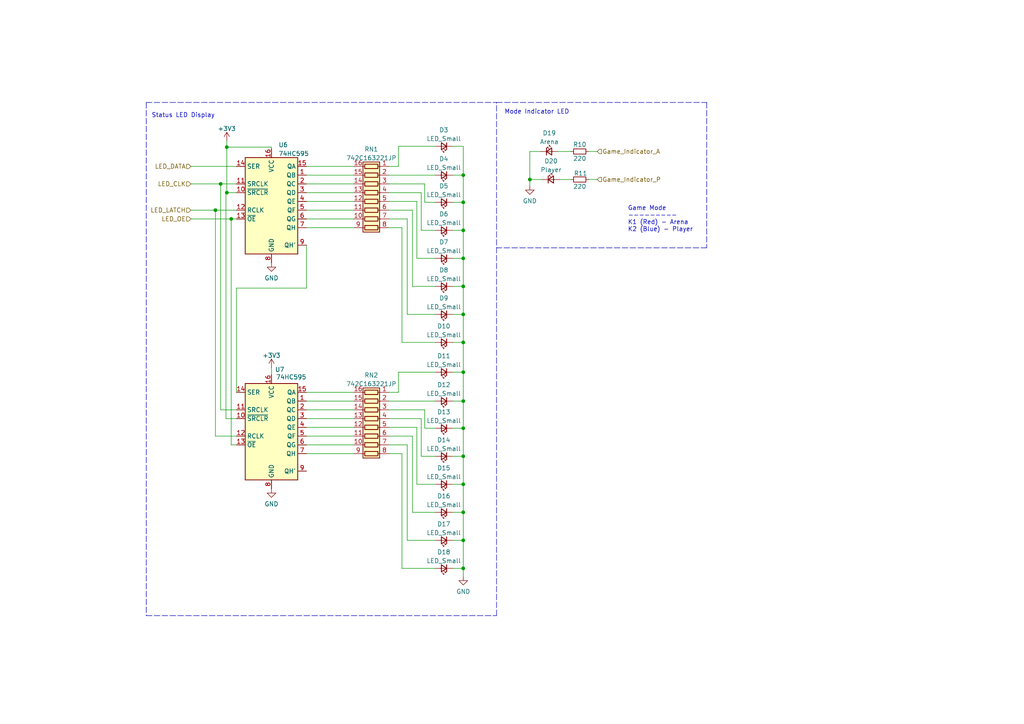
<source format=kicad_sch>
(kicad_sch (version 20211123) (generator eeschema)
  (paper "A4")
  (lib_symbols
    (symbol "74xx:74HC595"
      (property "Reference" "U" (at -7.62 13.97 0))
      (property "Value" "74HC595" (at -7.62 -16.51 0))
      (symbol "74HC595_1_0"
        (pin tri_state line (at 10.16 7.62 180) (length 2.54) (name "QB") (number "1"))
        (pin input line (at -10.16 2.54 0) (length 2.54) (name "~{SRCLR}") (number "10"))
        (pin input line (at -10.16 5.08 0) (length 2.54) (name "SRCLK") (number "11"))
        (pin input line (at -10.16 -2.54 0) (length 2.54) (name "RCLK") (number "12"))
        (pin input line (at -10.16 -5.08 0) (length 2.54) (name "~{OE}") (number "13"))
        (pin input line (at -10.16 10.16 0) (length 2.54) (name "SER") (number "14"))
        (pin tri_state line (at 10.16 10.16 180) (length 2.54) (name "QA") (number "15"))
        (pin power_in line (at 0 15.24 270) (length 2.54) (name "VCC") (number "16"))
        (pin tri_state line (at 10.16 5.08 180) (length 2.54) (name "QC") (number "2"))
        (pin tri_state line (at 10.16 2.54 180) (length 2.54) (name "QD") (number "3"))
        (pin tri_state line (at 10.16 0 180) (length 2.54) (name "QE") (number "4"))
        (pin tri_state line (at 10.16 -2.54 180) (length 2.54) (name "QF") (number "5"))
        (pin tri_state line (at 10.16 -5.08 180) (length 2.54) (name "QG") (number "6"))
        (pin tri_state line (at 10.16 -7.62 180) (length 2.54) (name "QH") (number "7"))
        (pin power_in line (at 0 -17.78 90) (length 2.54) (name "GND") (number "8"))
        (pin output line (at 10.16 -12.7 180) (length 2.54) (name "QH'") (number "9"))
      )
      (symbol "74HC595_1_1"
        (rectangle (start -7.62 12.7) (end 7.62 -15.24) (stroke (width 0.254)) (fill (type background)))
      )
    )
    (symbol "Device:LED_Small" (pin_numbers hide) (pin_names (offset 0.254) hide)
      (property "Reference" "D" (at -1.27 3.175 0))
      (property "Value" "LED_Small" (at -4.445 -2.54 0))
      (symbol "LED_Small_0_1"
        (polyline (pts (xy -0.762 -1.016) (xy -0.762 1.016)) (stroke (width 0.254)))
        (polyline (pts (xy 1.016 0) (xy -0.762 0)))
        (polyline (pts (xy 0.762 -1.016) (xy -0.762 0) (xy 0.762 1.016) (xy 0.762 -1.016)) (stroke (width 0.254)))
        (polyline (pts (xy 0 0.762) (xy -0.508 1.27) (xy -0.254 1.27) (xy -0.508 1.27) (xy -0.508 1.016)))
        (polyline (pts (xy 0.508 1.27) (xy 0 1.778) (xy 0.254 1.778) (xy 0 1.778) (xy 0 1.524)))
      )
      (symbol "LED_Small_1_1"
        (pin passive line (at -2.54 0 0) (length 1.778) (name "K") (number "1"))
        (pin passive line (at 2.54 0 180) (length 1.778) (name "A") (number "2"))
      )
    )
    (symbol "Device:R_Pack08" (pin_names (offset 0) hide)
      (property "Reference" "RN" (at -12.7 0 90))
      (property "Value" "R_Pack08" (at 10.16 0 90))
      (symbol "R_Pack08_0_1"
        (rectangle (start -11.43 -2.413) (end 8.89 2.413) (stroke (width 0.254)) (fill (type background)))
        (rectangle (start -10.795 1.905) (end -9.525 -1.905) (stroke (width 0.254)))
        (rectangle (start -8.255 1.905) (end -6.985 -1.905) (stroke (width 0.254)))
        (rectangle (start -5.715 1.905) (end -4.445 -1.905) (stroke (width 0.254)))
        (rectangle (start -3.175 1.905) (end -1.905 -1.905) (stroke (width 0.254)))
        (rectangle (start -0.635 1.905) (end 0.635 -1.905) (stroke (width 0.254)))
        (polyline (pts (xy -10.16 -2.54) (xy -10.16 -1.905)))
        (polyline (pts (xy -10.16 1.905) (xy -10.16 2.54)))
        (polyline (pts (xy -7.62 -2.54) (xy -7.62 -1.905)))
        (polyline (pts (xy -7.62 1.905) (xy -7.62 2.54)))
        (polyline (pts (xy -5.08 -2.54) (xy -5.08 -1.905)))
        (polyline (pts (xy -5.08 1.905) (xy -5.08 2.54)))
        (polyline (pts (xy -2.54 -2.54) (xy -2.54 -1.905)))
        (polyline (pts (xy -2.54 1.905) (xy -2.54 2.54)))
        (polyline (pts (xy 0 -2.54) (xy 0 -1.905)))
        (polyline (pts (xy 0 1.905) (xy 0 2.54)))
        (polyline (pts (xy 2.54 -2.54) (xy 2.54 -1.905)))
        (polyline (pts (xy 2.54 1.905) (xy 2.54 2.54)))
        (polyline (pts (xy 5.08 -2.54) (xy 5.08 -1.905)))
        (polyline (pts (xy 5.08 1.905) (xy 5.08 2.54)))
        (polyline (pts (xy 7.62 -2.54) (xy 7.62 -1.905)))
        (polyline (pts (xy 7.62 1.905) (xy 7.62 2.54)))
        (rectangle (start 1.905 1.905) (end 3.175 -1.905) (stroke (width 0.254)))
        (rectangle (start 4.445 1.905) (end 5.715 -1.905) (stroke (width 0.254)))
        (rectangle (start 6.985 1.905) (end 8.255 -1.905) (stroke (width 0.254)))
      )
      (symbol "R_Pack08_1_1"
        (pin passive line (at -10.16 -5.08 90) (length 2.54) (name "R1.1") (number "1"))
        (pin passive line (at 5.08 5.08 270) (length 2.54) (name "R7.2") (number "10"))
        (pin passive line (at 2.54 5.08 270) (length 2.54) (name "R6.2") (number "11"))
        (pin passive line (at 0 5.08 270) (length 2.54) (name "R5.2") (number "12"))
        (pin passive line (at -2.54 5.08 270) (length 2.54) (name "R4.2") (number "13"))
        (pin passive line (at -5.08 5.08 270) (length 2.54) (name "R3.2") (number "14"))
        (pin passive line (at -7.62 5.08 270) (length 2.54) (name "R2.2") (number "15"))
        (pin passive line (at -10.16 5.08 270) (length 2.54) (name "R1.2") (number "16"))
        (pin passive line (at -7.62 -5.08 90) (length 2.54) (name "R2.1") (number "2"))
        (pin passive line (at -5.08 -5.08 90) (length 2.54) (name "R3.1") (number "3"))
        (pin passive line (at -2.54 -5.08 90) (length 2.54) (name "R4.1") (number "4"))
        (pin passive line (at 0 -5.08 90) (length 2.54) (name "R5.1") (number "5"))
        (pin passive line (at 2.54 -5.08 90) (length 2.54) (name "R6.1") (number "6"))
        (pin passive line (at 5.08 -5.08 90) (length 2.54) (name "R7.1") (number "7"))
        (pin passive line (at 7.62 -5.08 90) (length 2.54) (name "R8.1") (number "8"))
        (pin passive line (at 7.62 5.08 270) (length 2.54) (name "R8.2") (number "9"))
      )
    )
    (symbol "Device:R_Small" (pin_numbers hide) (pin_names (offset 0.254) hide)
      (property "Reference" "R" (at 0.762 0.508 0))
      (property "Value" "R_Small" (at 0.762 -1.016 0))
      (symbol "R_Small_0_1"
        (rectangle (start -0.762 1.778) (end 0.762 -1.778) (stroke (width 0.2032)))
      )
      (symbol "R_Small_1_1"
        (pin passive line (at 0 2.54 270) (length 0.762) (name "~") (number "1"))
        (pin passive line (at 0 -2.54 90) (length 0.762) (name "~") (number "2"))
      )
    )
    (symbol "power:+3.3V" (power) (pin_names (offset 0))
      (property "Value" "+3.3V" (at 0 3.556 0))
      (symbol "+3.3V_0_1"
        (polyline (pts (xy -0.762 1.27) (xy 0 2.54)))
        (polyline (pts (xy 0 0) (xy 0 2.54)))
        (polyline (pts (xy 0 2.54) (xy 0.762 1.27)))
      )
      (symbol "+3.3V_1_1"
        (pin power_in line (at 0 0 90) (length 0) hide (name "+3V3") (number "1"))
      )
    )
    (symbol "power:GND" (power) (pin_names (offset 0))
      (property "Value" "GND" (at 0 -3.81 0))
      (symbol "GND_0_1"
        (polyline (pts (xy 0 0) (xy 0 -1.27) (xy 1.27 -1.27) (xy 0 -2.54) (xy -1.27 -1.27) (xy 0 -1.27)))
      )
      (symbol "GND_1_1"
        (pin power_in line (at 0 0 270) (length 0) hide (name "GND") (number "1"))
      )
    )
  )
  (junction (at 134.366 107.95))
  (junction (at 62.484 60.96))
  (junction (at 134.366 148.59))
  (junction (at 134.366 156.718))
  (junction (at 134.366 50.8))
  (junction (at 67.056 63.5))
  (junction (at 134.366 58.674))
  (junction (at 64.008 53.34))
  (junction (at 134.366 66.802))
  (junction (at 134.366 83.058))
  (junction (at 134.366 74.93))
  (junction (at 65.786 42.672))
  (junction (at 153.67 52.07))
  (junction (at 65.786 55.88))
  (junction (at 134.366 164.846))
  (junction (at 134.366 91.186))
  (junction (at 134.366 140.462))
  (junction (at 134.366 124.206))
  (junction (at 134.366 132.334))
  (junction (at 134.366 99.314))
  (junction (at 134.366 116.332))
  (wire (pts (xy 88.9 126.492) (xy 102.616 126.492)))
  (wire (pts (xy 131.318 66.802) (xy 134.366 66.802)))
  (wire (pts (xy 134.366 156.718) (xy 134.366 148.59)))
  (wire (pts (xy 116.586 131.572) (xy 112.776 131.572)))
  (wire (pts (xy 134.366 58.674) (xy 134.366 50.8)))
  (wire (pts (xy 134.366 66.802) (xy 134.366 58.674)))
  (wire (pts (xy 115.57 107.95) (xy 126.238 107.95)))
  (wire (pts (xy 116.586 99.314) (xy 116.586 66.04)))
  (wire (pts (xy 123.19 53.34) (xy 123.19 58.674)))
  (wire (pts (xy 88.9 48.26) (xy 102.616 48.26)))
  (wire (pts (xy 153.67 52.07) (xy 157.226 52.07)))
  (wire (pts (xy 115.57 42.418) (xy 126.238 42.418)))
  (wire (pts (xy 68.58 83.566) (xy 68.58 113.792)))
  (wire (pts (xy 134.366 107.95) (xy 131.318 107.95)))
  (wire (pts (xy 88.9 58.42) (xy 102.616 58.42)))
  (wire (pts (xy 55.372 60.96) (xy 62.484 60.96)))
  (wire (pts (xy 88.9 63.5) (xy 102.616 63.5)))
  (polyline (pts (xy 204.978 71.882) (xy 144.018 71.882)))
  (wire (pts (xy 112.776 118.872) (xy 123.19 118.872)))
  (wire (pts (xy 134.366 91.186) (xy 134.366 99.314)))
  (wire (pts (xy 88.9 55.88) (xy 102.616 55.88)))
  (wire (pts (xy 123.19 58.674) (xy 126.238 58.674)))
  (wire (pts (xy 88.9 118.872) (xy 102.616 118.872)))
  (wire (pts (xy 68.58 55.88) (xy 65.786 55.88)))
  (wire (pts (xy 126.238 164.846) (xy 116.586 164.846)))
  (wire (pts (xy 88.9 131.572) (xy 102.616 131.572)))
  (wire (pts (xy 131.318 74.93) (xy 134.366 74.93)))
  (wire (pts (xy 120.904 123.952) (xy 120.904 140.462)))
  (wire (pts (xy 119.634 126.492) (xy 119.634 148.59)))
  (wire (pts (xy 112.776 63.5) (xy 118.11 63.5)))
  (wire (pts (xy 131.318 140.462) (xy 134.366 140.462)))
  (polyline (pts (xy 144.018 29.718) (xy 204.978 29.718)))
  (polyline (pts (xy 42.418 29.718) (xy 42.418 178.562)))
  (wire (pts (xy 67.056 63.5) (xy 68.58 63.5)))
  (wire (pts (xy 134.366 83.058) (xy 134.366 74.93)))
  (wire (pts (xy 65.532 55.88) (xy 65.532 121.412)))
  (wire (pts (xy 134.366 50.8) (xy 134.366 42.418)))
  (wire (pts (xy 131.318 148.59) (xy 134.366 148.59)))
  (wire (pts (xy 118.11 156.718) (xy 126.238 156.718)))
  (wire (pts (xy 112.776 113.792) (xy 115.57 113.792)))
  (wire (pts (xy 88.9 113.792) (xy 102.616 113.792)))
  (wire (pts (xy 62.484 60.96) (xy 62.484 126.492)))
  (wire (pts (xy 131.318 124.206) (xy 134.366 124.206)))
  (wire (pts (xy 65.786 40.894) (xy 65.786 42.672)))
  (wire (pts (xy 131.318 58.674) (xy 134.366 58.674)))
  (wire (pts (xy 112.776 53.34) (xy 123.19 53.34)))
  (wire (pts (xy 115.57 113.792) (xy 115.57 107.95)))
  (wire (pts (xy 122.174 121.412) (xy 122.174 132.334)))
  (wire (pts (xy 120.904 74.93) (xy 126.238 74.93)))
  (wire (pts (xy 112.776 55.88) (xy 122.174 55.88)))
  (wire (pts (xy 88.9 66.04) (xy 102.616 66.04)))
  (wire (pts (xy 55.372 48.26) (xy 68.58 48.26)))
  (wire (pts (xy 112.776 48.26) (xy 115.57 48.26)))
  (wire (pts (xy 115.57 48.26) (xy 115.57 42.418)))
  (wire (pts (xy 119.634 148.59) (xy 126.238 148.59)))
  (wire (pts (xy 64.008 53.34) (xy 64.008 118.872)))
  (wire (pts (xy 131.318 116.332) (xy 134.366 116.332)))
  (wire (pts (xy 162.306 52.07) (xy 165.608 52.07)))
  (wire (pts (xy 131.318 91.186) (xy 134.366 91.186)))
  (wire (pts (xy 78.74 106.68) (xy 78.74 108.712)))
  (wire (pts (xy 134.366 124.206) (xy 134.366 116.332)))
  (wire (pts (xy 118.11 63.5) (xy 118.11 91.186)))
  (wire (pts (xy 126.238 99.314) (xy 116.586 99.314)))
  (wire (pts (xy 170.688 52.07) (xy 173.228 52.07)))
  (wire (pts (xy 112.776 116.332) (xy 126.238 116.332)))
  (wire (pts (xy 68.58 121.412) (xy 65.532 121.412)))
  (polyline (pts (xy 204.978 29.718) (xy 204.978 71.882)))
  (wire (pts (xy 122.174 55.88) (xy 122.174 66.802)))
  (wire (pts (xy 88.9 71.12) (xy 88.9 83.566)))
  (wire (pts (xy 134.366 116.332) (xy 134.366 107.95)))
  (wire (pts (xy 134.366 99.314) (xy 134.366 107.95)))
  (wire (pts (xy 62.484 60.96) (xy 68.58 60.96)))
  (wire (pts (xy 134.366 167.132) (xy 134.366 164.846)))
  (wire (pts (xy 112.776 58.42) (xy 120.904 58.42)))
  (wire (pts (xy 65.532 55.88) (xy 65.786 55.88)))
  (wire (pts (xy 88.9 129.032) (xy 102.616 129.032)))
  (wire (pts (xy 68.58 126.492) (xy 62.484 126.492)))
  (wire (pts (xy 112.776 126.492) (xy 119.634 126.492)))
  (wire (pts (xy 112.776 123.952) (xy 120.904 123.952)))
  (wire (pts (xy 170.688 43.942) (xy 173.228 43.942)))
  (wire (pts (xy 134.366 91.186) (xy 134.366 83.058)))
  (wire (pts (xy 116.586 66.04) (xy 112.776 66.04)))
  (wire (pts (xy 131.318 83.058) (xy 134.366 83.058)))
  (wire (pts (xy 123.19 118.872) (xy 123.19 124.206)))
  (wire (pts (xy 120.904 140.462) (xy 126.238 140.462)))
  (wire (pts (xy 112.776 121.412) (xy 122.174 121.412)))
  (wire (pts (xy 78.74 43.18) (xy 78.74 42.672)))
  (wire (pts (xy 153.67 43.942) (xy 153.67 52.07)))
  (wire (pts (xy 131.318 50.8) (xy 134.366 50.8)))
  (wire (pts (xy 88.9 50.8) (xy 102.616 50.8)))
  (wire (pts (xy 88.9 123.952) (xy 102.616 123.952)))
  (wire (pts (xy 119.634 83.058) (xy 126.238 83.058)))
  (wire (pts (xy 68.58 129.032) (xy 67.056 129.032)))
  (wire (pts (xy 88.9 53.34) (xy 102.616 53.34)))
  (wire (pts (xy 153.67 52.07) (xy 153.67 53.848)))
  (wire (pts (xy 55.372 63.5) (xy 67.056 63.5)))
  (wire (pts (xy 88.9 60.96) (xy 102.616 60.96)))
  (wire (pts (xy 88.9 116.332) (xy 102.616 116.332)))
  (wire (pts (xy 123.19 124.206) (xy 126.238 124.206)))
  (wire (pts (xy 112.776 60.96) (xy 119.634 60.96)))
  (wire (pts (xy 88.9 121.412) (xy 102.616 121.412)))
  (wire (pts (xy 131.318 132.334) (xy 134.366 132.334)))
  (wire (pts (xy 134.366 74.93) (xy 134.366 66.802)))
  (wire (pts (xy 122.174 66.802) (xy 126.238 66.802)))
  (wire (pts (xy 65.786 42.672) (xy 78.74 42.672)))
  (wire (pts (xy 134.366 42.418) (xy 131.318 42.418)))
  (wire (pts (xy 118.11 129.032) (xy 118.11 156.718)))
  (wire (pts (xy 119.634 60.96) (xy 119.634 83.058)))
  (polyline (pts (xy 144.018 178.562) (xy 144.018 29.718)))
  (wire (pts (xy 131.318 156.718) (xy 134.366 156.718)))
  (wire (pts (xy 88.9 83.566) (xy 68.58 83.566)))
  (wire (pts (xy 134.366 140.462) (xy 134.366 132.334)))
  (wire (pts (xy 134.366 164.846) (xy 134.366 156.718)))
  (wire (pts (xy 131.318 99.314) (xy 134.366 99.314)))
  (wire (pts (xy 68.58 118.872) (xy 64.008 118.872)))
  (wire (pts (xy 67.056 63.5) (xy 67.056 129.032)))
  (wire (pts (xy 112.776 50.8) (xy 126.238 50.8)))
  (wire (pts (xy 156.718 43.942) (xy 153.67 43.942)))
  (wire (pts (xy 120.904 58.42) (xy 120.904 74.93)))
  (wire (pts (xy 55.372 53.34) (xy 64.008 53.34)))
  (polyline (pts (xy 42.418 29.718) (xy 144.018 29.718)))
  (wire (pts (xy 122.174 132.334) (xy 126.238 132.334)))
  (wire (pts (xy 134.366 132.334) (xy 134.366 124.206)))
  (wire (pts (xy 118.11 91.186) (xy 126.238 91.186)))
  (wire (pts (xy 116.586 164.846) (xy 116.586 131.572)))
  (wire (pts (xy 134.366 148.59) (xy 134.366 140.462)))
  (wire (pts (xy 64.008 53.34) (xy 68.58 53.34)))
  (wire (pts (xy 65.786 42.672) (xy 65.786 55.88)))
  (wire (pts (xy 131.318 164.846) (xy 134.366 164.846)))
  (wire (pts (xy 161.798 43.942) (xy 165.608 43.942)))
  (polyline (pts (xy 42.418 178.562) (xy 144.018 178.562)))
  (wire (pts (xy 112.776 129.032) (xy 118.11 129.032)))
  (text "Status LED Display" (at 43.942 34.29 0) (effects (font (size 1.27 1.27)) (justify left bottom)))
  (text "Game Mode \n---------\nK1 (Red) - Arena\nK2 (Blue) - Player" (at 182.0815 67.3713 0) (effects (font (size 1.27 1.27)) (justify left bottom)))
  (text "Mode Indicator LED" (at 146.304 33.274 0) (effects (font (size 1.27 1.27)) (justify left bottom)))
  (hierarchical_label "LED_OE" (shape input) (at 55.372 63.5 180))
  (hierarchical_label "LED_CLK" (shape input) (at 55.372 53.34 180))
  (hierarchical_label "Game_Indicator_P" (shape input) (at 173.228 52.07 0))
  (hierarchical_label "LED_LATCH" (shape input) (at 55.372 60.96 180))
  (hierarchical_label "Game_Indicator_A" (shape input) (at 173.228 43.942 0))
  (hierarchical_label "LED_DATA" (shape input) (at 55.372 48.26 180))
  (symbol (lib_id "Device:R_Small") (at 168.148 52.07 90) (unit 1)
    (property "Reference" "R11" (at 168.402 50.292 90))
    (property "Value" "220" (at 168.148 54.102 90))
    (property "Footprint" "Resistor_SMD:R_0201_0603Metric" (effects hide))
  )
  (symbol (lib_id "Device:LED_Small") (at 128.778 42.418 180) (unit 1)
    (property "Reference" "D3" (at 128.7145 37.7022 0))
    (property "Value" "LED_Small" (at 128.7145 40.2391 0))
    (property "Footprint" "LED_SMD:LED_0603_1608Metric" (effects hide))
  )
  (symbol (lib_id "Device:LED_Small") (at 128.778 99.314 180) (unit 1)
    (property "Reference" "D10" (at 128.7145 94.5982 0))
    (property "Value" "LED_Small" (at 128.7145 97.1351 0))
    (property "Footprint" "LED_SMD:LED_0603_1608Metric" (effects hide))
  )
  (symbol (lib_id "Device:R_Pack08") (at 107.696 58.42 90) (mirror x) (unit 1)
    (property "Reference" "RN1" (at 107.696 43.2902 90))
    (property "Value" "742C163221JP" (at 107.696 45.8271 90))
    (property "Footprint" "Resistor_SMD:R_Array_Convex_8x0602" (effects hide))
  )
  (symbol (lib_id "74xx:74HC595") (at 78.74 58.42 0) (unit 1)
    (property "Reference" "U6" (at 80.7594 42.0202 0) (effects (justify left)))
    (property "Value" "74HC595" (at 80.7594 44.5571 0) (effects (justify left)))
    (property "Footprint" "Package_SO:SOIC-16_3.9x9.9mm_P1.27mm" (effects hide))
    (property "Datasheet" "http://www.ti.com/lit/ds/symlink/sn74hc595.pdf" (effects hide))
  )
  (symbol (lib_id "Device:LED_Small") (at 128.778 116.332 180) (unit 1)
    (property "Reference" "D12" (at 128.7145 111.6162 0))
    (property "Value" "LED_Small" (at 128.7145 114.1531 0))
    (property "Footprint" "LED_SMD:LED_0603_1608Metric" (effects hide))
  )
  (symbol (lib_id "Device:LED_Small") (at 128.778 164.846 180) (unit 1)
    (property "Reference" "D18" (at 128.7145 160.1302 0))
    (property "Value" "LED_Small" (at 128.7145 162.6671 0))
    (property "Footprint" "LED_SMD:LED_0603_1608Metric" (effects hide))
  )
  (symbol (lib_id "Device:LED_Small") (at 128.778 83.058 180) (unit 1)
    (property "Reference" "D8" (at 128.7145 78.3422 0))
    (property "Value" "LED_Small" (at 128.7145 80.8791 0))
    (property "Footprint" "LED_SMD:LED_0603_1608Metric" (effects hide))
  )
  (symbol (lib_id "Device:LED_Small") (at 128.778 148.59 180) (unit 1)
    (property "Reference" "D16" (at 128.7145 143.8742 0))
    (property "Value" "LED_Small" (at 128.7145 146.4111 0))
    (property "Footprint" "LED_SMD:LED_0603_1608Metric" (effects hide))
  )
  (symbol (lib_id "power:GND") (at 153.67 53.848 0) (unit 1)
    (property "Reference" "#PWR0144" (effects hide))
    (property "Value" "GND" (at 153.67 58.2914 0))
  )
  (symbol (lib_id "power:+3.3V") (at 78.74 106.68 0) (unit 1)
    (property "Reference" "#PWR0139" (effects hide))
    (property "Value" "+3.3V" (at 78.74 103.1042 0))
  )
  (symbol (lib_id "Device:LED_Small") (at 128.778 58.674 180) (unit 1)
    (property "Reference" "D5" (at 128.7145 53.9582 0))
    (property "Value" "LED_Small" (at 128.7145 56.4951 0))
    (property "Footprint" "LED_SMD:LED_0603_1608Metric" (effects hide))
  )
  (symbol (lib_id "Device:LED_Small") (at 128.778 132.334 180) (unit 1)
    (property "Reference" "D14" (at 128.7145 127.6182 0))
    (property "Value" "LED_Small" (at 128.7145 130.1551 0))
    (property "Footprint" "LED_SMD:LED_0603_1608Metric" (effects hide))
  )
  (symbol (lib_id "power:GND") (at 134.366 167.132 0) (unit 1)
    (property "Reference" "#PWR0140" (effects hide))
    (property "Value" "GND" (at 134.366 171.5754 0))
  )
  (symbol (lib_id "Device:LED_Small") (at 128.778 74.93 180) (unit 1)
    (property "Reference" "D7" (at 128.7145 70.2142 0))
    (property "Value" "LED_Small" (at 128.7145 72.7511 0))
    (property "Footprint" "LED_SMD:LED_0603_1608Metric" (effects hide))
  )
  (symbol (lib_id "Device:LED_Small") (at 159.766 52.07 0) (unit 1)
    (property "Reference" "D20" (at 159.8295 46.7192 0))
    (property "Value" "Player" (at 159.8295 49.2561 0))
    (property "Footprint" "Diode_SMD:D_0805_2012Metric" (effects hide))
  )
  (symbol (lib_id "power:GND") (at 78.74 141.732 0) (unit 1)
    (property "Reference" "#PWR0141" (effects hide))
    (property "Value" "GND" (at 78.74 146.1754 0))
  )
  (symbol (lib_id "Device:LED_Small") (at 159.258 43.942 0) (unit 1)
    (property "Reference" "D19" (at 159.3215 38.5912 0))
    (property "Value" "Arena" (at 159.3215 41.1281 0))
    (property "Footprint" "Diode_SMD:D_0805_2012Metric" (effects hide))
  )
  (symbol (lib_id "Device:LED_Small") (at 128.778 91.186 180) (unit 1)
    (property "Reference" "D9" (at 128.7145 86.4702 0))
    (property "Value" "LED_Small" (at 128.7145 89.0071 0))
    (property "Footprint" "LED_SMD:LED_0603_1608Metric" (effects hide))
  )
  (symbol (lib_id "Device:LED_Small") (at 128.778 140.462 180) (unit 1)
    (property "Reference" "D15" (at 128.7145 135.7462 0))
    (property "Value" "LED_Small" (at 128.7145 138.2831 0))
    (property "Footprint" "LED_SMD:LED_0603_1608Metric" (effects hide))
  )
  (symbol (lib_id "Device:R_Pack08") (at 107.696 123.952 90) (mirror x) (unit 1)
    (property "Reference" "RN2" (at 107.696 108.8222 90))
    (property "Value" "742C163221JP" (at 107.696 111.3591 90))
    (property "Footprint" "Resistor_SMD:R_Array_Convex_8x0602" (effects hide))
  )
  (symbol (lib_id "power:GND") (at 78.74 76.2 0) (unit 1)
    (property "Reference" "#PWR0142" (effects hide))
    (property "Value" "GND" (at 78.74 80.6434 0))
  )
  (symbol (lib_id "74xx:74HC595") (at 78.74 123.952 0) (unit 1)
    (property "Reference" "U7" (at 79.756 107.188 0) (effects (justify left)))
    (property "Value" "74HC595" (at 80.0226 109.3638 0) (effects (justify left)))
    (property "Footprint" "Package_SO:SOIC-16_3.9x9.9mm_P1.27mm" (effects hide))
    (property "Datasheet" "http://www.ti.com/lit/ds/symlink/sn74hc595.pdf" (effects hide))
  )
  (symbol (lib_id "Device:LED_Small") (at 128.778 50.8 180) (unit 1)
    (property "Reference" "D4" (at 128.7145 46.0842 0))
    (property "Value" "LED_Small" (at 128.7145 48.6211 0))
    (property "Footprint" "LED_SMD:LED_0603_1608Metric" (effects hide))
  )
  (symbol (lib_id "power:+3.3V") (at 65.786 40.894 0) (unit 1)
    (property "Reference" "#PWR0143" (effects hide))
    (property "Value" "+3.3V" (at 65.786 37.3182 0))
  )
  (symbol (lib_id "Device:LED_Small") (at 128.778 66.802 180) (unit 1)
    (property "Reference" "D6" (at 128.7145 62.0862 0))
    (property "Value" "LED_Small" (at 128.7145 64.6231 0))
    (property "Footprint" "LED_SMD:LED_0603_1608Metric" (effects hide))
  )
  (symbol (lib_id "Device:R_Small") (at 168.148 43.942 90) (unit 1)
    (property "Reference" "R10" (at 168.148 41.91 90))
    (property "Value" "220" (at 168.148 45.974 90))
    (property "Footprint" "Resistor_SMD:R_0201_0603Metric" (effects hide))
  )
  (symbol (lib_id "Device:LED_Small") (at 128.778 156.718 180) (unit 1)
    (property "Reference" "D17" (at 128.7145 152.0022 0))
    (property "Value" "LED_Small" (at 128.7145 154.5391 0))
    (property "Footprint" "LED_SMD:LED_0603_1608Metric" (effects hide))
  )
  (symbol (lib_id "Device:LED_Small") (at 128.778 124.206 180) (unit 1)
    (property "Reference" "D13" (at 128.7145 119.4902 0))
    (property "Value" "LED_Small" (at 128.7145 122.0271 0))
    (property "Footprint" "LED_SMD:LED_0603_1608Metric" (effects hide))
  )
  (symbol (lib_id "Device:LED_Small") (at 128.778 107.95 180) (unit 1)
    (property "Reference" "D11" (at 128.7145 103.2342 0))
    (property "Value" "LED_Small" (at 128.7145 105.7711 0))
    (property "Footprint" "LED_SMD:LED_0603_1608Metric" (effects hide))
  )
)
</source>
